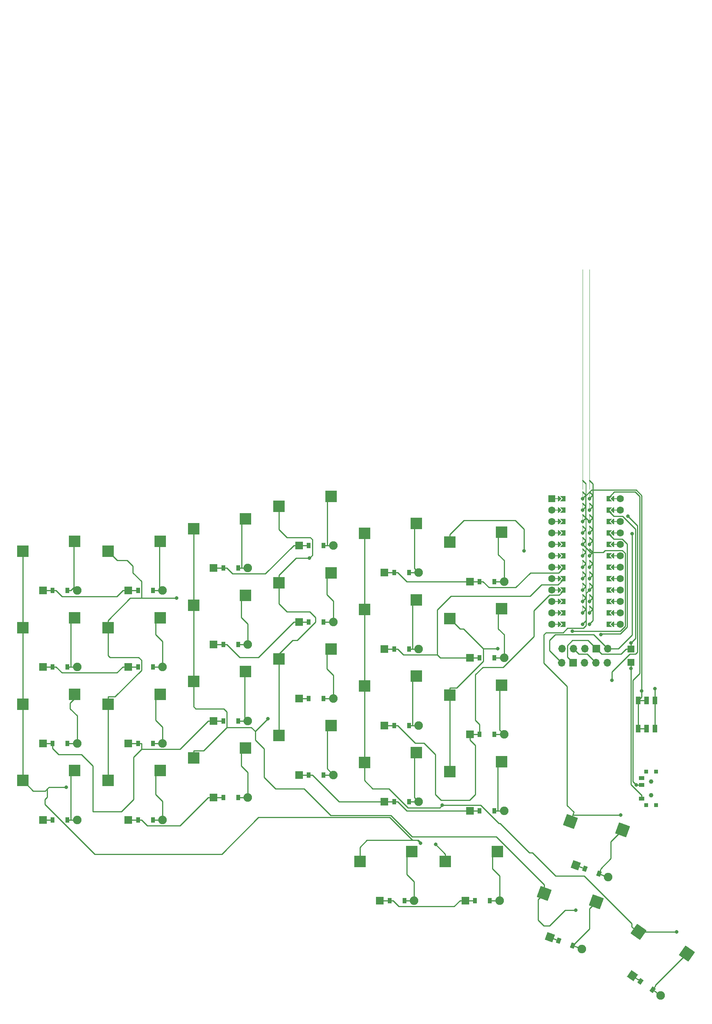
<source format=gbr>
%TF.GenerationSoftware,KiCad,Pcbnew,(7.0.0-0)*%
%TF.CreationDate,2023-05-03T13:23:33-05:00*%
%TF.ProjectId,boardv3,626f6172-6476-4332-9e6b-696361645f70,v1.0.0*%
%TF.SameCoordinates,Original*%
%TF.FileFunction,Copper,L1,Top*%
%TF.FilePolarity,Positive*%
%FSLAX46Y46*%
G04 Gerber Fmt 4.6, Leading zero omitted, Abs format (unit mm)*
G04 Created by KiCad (PCBNEW (7.0.0-0)) date 2023-05-03 13:23:33*
%MOMM*%
%LPD*%
G01*
G04 APERTURE LIST*
G04 Aperture macros list*
%AMRotRect*
0 Rectangle, with rotation*
0 The origin of the aperture is its center*
0 $1 length*
0 $2 width*
0 $3 Rotation angle, in degrees counterclockwise*
0 Add horizontal line*
21,1,$1,$2,0,0,$3*%
%AMFreePoly0*
4,1,5,0.125000,-0.500000,-0.125000,-0.500000,-0.125000,0.500000,0.125000,0.500000,0.125000,-0.500000,0.125000,-0.500000,$1*%
%AMFreePoly1*
4,1,6,0.600000,0.200000,0.000000,-0.400000,-0.600000,0.200000,-0.600000,0.400000,0.600000,0.400000,0.600000,0.200000,0.600000,0.200000,$1*%
%AMFreePoly2*
4,1,50,0.088388,4.152388,0.854389,3.386388,0.867767,3.368517,0.871157,3.365580,0.871925,3.362962,0.875711,3.357906,0.882287,3.327671,0.891000,3.298000,0.891000,0.766000,0.887823,0.743906,0.888144,0.739429,0.886835,0.737032,0.885937,0.730783,0.869213,0.704760,0.854389,0.677612,0.088388,-0.088388,0.064431,-0.106321,0.062500,-0.108253,0.061490,-0.108523,0.059906,-0.109710,
0.044798,-0.112996,0.000000,-0.125000,-0.004652,-0.123753,-0.008917,-0.124682,-0.028634,-0.117327,-0.062500,-0.108253,-0.068172,-0.102580,-0.074910,-0.100068,-0.087486,-0.083266,-0.108253,-0.062500,-0.111163,-0.051638,-0.117119,-0.043683,-0.118510,-0.024217,-0.125000,0.000000,-0.121245,0.014013,-0.122144,0.026571,-0.113772,0.041902,-0.108253,0.062500,-0.108252,0.062500,-0.095631,0.075121,
-0.088388,0.088388,0.641000,0.817777,0.641000,3.246223,-0.088388,3.975612,-0.109710,4.004094,-0.124682,4.072917,-0.100068,4.138910,-0.043683,4.181119,0.026571,4.186144,0.088388,4.152388,0.088388,4.152388,$1*%
%AMFreePoly3*
4,1,6,0.600000,-0.250000,-0.600000,-0.250000,-0.600000,1.000000,0.000000,0.400000,0.600000,1.000000,0.600000,-0.250000,0.600000,-0.250000,$1*%
%AMFreePoly4*
4,1,50,0.088388,4.152388,0.850389,3.390388,0.863767,3.372517,0.867157,3.369580,0.867925,3.366962,0.871711,3.361906,0.878287,3.331671,0.887000,3.302000,0.887000,0.762000,0.883823,0.739906,0.884144,0.735429,0.882835,0.733032,0.881937,0.726783,0.865213,0.700760,0.850389,0.673612,0.088388,-0.088388,0.064431,-0.106321,0.062500,-0.108253,0.061490,-0.108523,0.059906,-0.109710,
0.044798,-0.112996,0.000000,-0.125000,-0.004652,-0.123753,-0.008917,-0.124682,-0.028634,-0.117327,-0.062500,-0.108253,-0.068172,-0.102580,-0.074910,-0.100068,-0.087486,-0.083266,-0.108253,-0.062500,-0.111163,-0.051638,-0.117119,-0.043683,-0.118510,-0.024217,-0.125000,0.000000,-0.121245,0.014013,-0.122144,0.026571,-0.113772,0.041902,-0.108253,0.062500,-0.108252,0.062500,-0.095631,0.075121,
-0.088388,0.088388,0.637000,0.813777,0.637000,3.250223,-0.088388,3.975612,-0.109710,4.004094,-0.124682,4.072917,-0.100068,4.138910,-0.043683,4.181119,0.026571,4.186144,0.088388,4.152388,0.088388,4.152388,$1*%
G04 Aperture macros list end*
%TA.AperFunction,WasherPad*%
%ADD10C,1.000000*%
%TD*%
%TA.AperFunction,SMDPad,CuDef*%
%ADD11R,1.100000X1.800000*%
%TD*%
%TA.AperFunction,ComponentPad*%
%ADD12R,1.778000X1.778000*%
%TD*%
%TA.AperFunction,SMDPad,CuDef*%
%ADD13R,0.900000X1.200000*%
%TD*%
%TA.AperFunction,ComponentPad*%
%ADD14C,1.905000*%
%TD*%
%TA.AperFunction,ComponentPad*%
%ADD15RotRect,1.778000X1.778000X340.000000*%
%TD*%
%TA.AperFunction,SMDPad,CuDef*%
%ADD16RotRect,0.900000X1.200000X340.000000*%
%TD*%
%TA.AperFunction,SMDPad,CuDef*%
%ADD17R,2.600000X2.600000*%
%TD*%
%TA.AperFunction,SMDPad,CuDef*%
%ADD18RotRect,2.600000X2.600000X340.000000*%
%TD*%
%TA.AperFunction,ComponentPad*%
%ADD19C,1.600000*%
%TD*%
%TA.AperFunction,SMDPad,CuDef*%
%ADD20FreePoly0,270.000000*%
%TD*%
%TA.AperFunction,SMDPad,CuDef*%
%ADD21FreePoly0,90.000000*%
%TD*%
%TA.AperFunction,SMDPad,CuDef*%
%ADD22FreePoly1,90.000000*%
%TD*%
%TA.AperFunction,SMDPad,CuDef*%
%ADD23FreePoly1,270.000000*%
%TD*%
%TA.AperFunction,ComponentPad*%
%ADD24R,1.600000X1.600000*%
%TD*%
%TA.AperFunction,ComponentPad*%
%ADD25C,0.800000*%
%TD*%
%TA.AperFunction,SMDPad,CuDef*%
%ADD26FreePoly2,270.000000*%
%TD*%
%TA.AperFunction,SMDPad,CuDef*%
%ADD27FreePoly3,270.000000*%
%TD*%
%TA.AperFunction,SMDPad,CuDef*%
%ADD28FreePoly4,90.000000*%
%TD*%
%TA.AperFunction,SMDPad,CuDef*%
%ADD29FreePoly3,90.000000*%
%TD*%
%TA.AperFunction,SMDPad,CuDef*%
%ADD30R,1.500000X1.500000*%
%TD*%
%TA.AperFunction,SMDPad,CuDef*%
%ADD31R,0.900000X0.900000*%
%TD*%
%TA.AperFunction,SMDPad,CuDef*%
%ADD32R,1.250000X0.900000*%
%TD*%
%TA.AperFunction,SMDPad,CuDef*%
%ADD33RotRect,0.900000X1.200000X325.000000*%
%TD*%
%TA.AperFunction,ComponentPad*%
%ADD34RotRect,1.778000X1.778000X325.000000*%
%TD*%
%TA.AperFunction,ComponentPad*%
%ADD35O,1.700000X1.700000*%
%TD*%
%TA.AperFunction,ComponentPad*%
%ADD36R,1.700000X1.700000*%
%TD*%
%TA.AperFunction,SMDPad,CuDef*%
%ADD37RotRect,2.600000X2.600000X325.000000*%
%TD*%
%TA.AperFunction,ViaPad*%
%ADD38C,0.800000*%
%TD*%
%TA.AperFunction,Conductor*%
%ADD39C,0.250000*%
%TD*%
G04 APERTURE END LIST*
D10*
%TO.P,T1,*%
%TO.N,*%
X131781200Y-16653300D03*
X131781200Y-13653300D03*
%TD*%
D11*
%TO.P,B1,1*%
%TO.N,GND*%
X132659999Y-1829999D03*
X132659999Y4369999D03*
%TO.P,B1,2*%
%TO.N,RST*%
X128959999Y-1829999D03*
X130759999Y-1829999D03*
X130759999Y4369999D03*
X128959999Y4369999D03*
%TD*%
D12*
%TO.P,D15,1*%
%TO.N,P5*%
X53471199Y21846699D03*
D13*
X55631199Y21846699D03*
D14*
%TO.P,D15,2*%
%TO.N,middle_top*%
X61091200Y21846700D03*
D13*
X58931199Y21846699D03*
%TD*%
%TO.P,D26,1*%
%TO.N,P3*%
X92631199Y-40153299D03*
D12*
X90471199Y-40153299D03*
D14*
%TO.P,D26,2*%
%TO.N,near2_home*%
X98091200Y-40153300D03*
D13*
X95931199Y-40153299D03*
%TD*%
%TO.P,D5,1*%
%TO.N,P7*%
X17631199Y-22153299D03*
D12*
X15471199Y-22153299D03*
D14*
%TO.P,D5,2*%
%TO.N,pinky_bottom*%
X23091200Y-22153300D03*
D13*
X20931199Y-22153299D03*
%TD*%
D15*
%TO.P,D27,1*%
%TO.N,P3*%
X109236270Y-48245802D03*
D16*
X111266006Y-48984566D03*
%TO.P,D27,2*%
%TO.N,home_home*%
X114366992Y-50113232D03*
D14*
X116396729Y-50851997D03*
%TD*%
D12*
%TO.P,D17,1*%
%TO.N,P7*%
X72471199Y-18153299D03*
D13*
X74631199Y-18153299D03*
D14*
%TO.P,D17,2*%
%TO.N,index_bottom*%
X80091200Y-18153300D03*
D13*
X77931199Y-18153299D03*
%TD*%
D17*
%TO.P,S21,1*%
%TO.N,inner_bottom*%
X98556199Y-9203299D03*
%TO.P,S21,2*%
%TO.N,P16*%
X87006199Y-11403299D03*
%TD*%
D13*
%TO.P,D4,1*%
%TO.N,P4*%
X-1368799Y28846699D03*
D12*
X-3528799Y28846699D03*
D13*
%TO.P,D4,2*%
%TO.N,outer_num*%
X1931199Y28846699D03*
D14*
X4091200Y28846700D03*
%TD*%
D18*
%TO.P,S27,1*%
%TO.N,home_home*%
X119639112Y-40379444D03*
%TO.P,S27,2*%
%TO.N,P18*%
X108033218Y-38496435D03*
%TD*%
D13*
%TO.P,D10,1*%
%TO.N,P6*%
X36631199Y-153299D03*
D12*
X34471199Y-153299D03*
D13*
%TO.P,D10,2*%
%TO.N,ring_home*%
X39931199Y-153299D03*
D14*
X42091200Y-153300D03*
%TD*%
D19*
%TO.P,MCU1,*%
%TO.N,*%
X124901200Y26456700D03*
X109661200Y34076700D03*
D20*
X123631200Y34076700D03*
D19*
X124901200Y21376700D03*
D20*
X123631200Y23916700D03*
D21*
X110931200Y44236700D03*
D22*
X111439200Y28996700D03*
D21*
X110931200Y23916700D03*
D19*
X124901200Y36616700D03*
D22*
X111439200Y46776700D03*
D21*
X110931200Y26456700D03*
D23*
X123123200Y39156700D03*
D22*
X111439200Y21376700D03*
X111439200Y26456700D03*
D21*
X110931200Y34076700D03*
D20*
X123631200Y26456700D03*
D22*
X111439200Y23916700D03*
D19*
X124901200Y28996700D03*
X124901200Y23916700D03*
D20*
X123631200Y21376700D03*
D22*
X111439200Y49316700D03*
D23*
X123123200Y26456700D03*
D19*
X109661200Y23916700D03*
D23*
X123123200Y36616700D03*
D22*
X111439200Y44236700D03*
D20*
X123631200Y44236700D03*
D19*
X124901200Y46776700D03*
X124901200Y39156700D03*
D23*
X123123200Y23916700D03*
X123123200Y34076700D03*
D19*
X109661200Y26456700D03*
X124901200Y41696700D03*
X109661200Y21376700D03*
X109661200Y49316700D03*
X109661200Y36616700D03*
X109661200Y31536700D03*
D22*
X111439200Y41696700D03*
X111439200Y34076700D03*
D23*
X123123200Y41696700D03*
D21*
X110931200Y28996700D03*
D19*
X109661200Y44236700D03*
X124901200Y49316700D03*
X124901200Y44236700D03*
D23*
X123123200Y21376700D03*
D19*
X109661200Y28996700D03*
D21*
X110931200Y39156700D03*
D19*
X109661200Y46776700D03*
D21*
X110931200Y21376700D03*
X110931200Y41696700D03*
D24*
X109661199Y49316699D03*
D19*
X109661200Y39156700D03*
D21*
X110931200Y31536700D03*
D20*
X123631200Y39156700D03*
D19*
X109661200Y41696700D03*
D22*
X111439200Y31536700D03*
D19*
X124901200Y31536700D03*
D20*
X123631200Y41696700D03*
X123631200Y36616700D03*
D21*
X110931200Y49316700D03*
D23*
X123123200Y31536700D03*
D20*
X123631200Y28996700D03*
D23*
X123123200Y44236700D03*
D20*
X123631200Y31536700D03*
D23*
X123123200Y46776700D03*
X123123200Y28996700D03*
D21*
X110931200Y36616700D03*
D20*
X123631200Y49316700D03*
X123631200Y46776700D03*
D22*
X111439200Y39156700D03*
D21*
X110931200Y46776700D03*
D23*
X123123200Y49316700D03*
D22*
X111439200Y36616700D03*
D19*
X124901200Y34076700D03*
D25*
%TO.P,MCU1,1*%
%TO.N,RAW*%
X118043200Y49316700D03*
D26*
X118043200Y49316700D03*
D27*
X122107200Y49316700D03*
%TO.P,MCU1,2*%
%TO.N,GND*%
X122107200Y46776700D03*
D26*
X118043200Y46776700D03*
D25*
X118043200Y46776700D03*
D27*
%TO.P,MCU1,3*%
%TO.N,RST*%
X122107200Y44236700D03*
D25*
X118043200Y44236700D03*
D26*
X118043200Y44236700D03*
D25*
%TO.P,MCU1,4*%
%TO.N,VCC*%
X118043200Y41696700D03*
D26*
X118043200Y41696700D03*
D27*
X122107200Y41696700D03*
%TO.P,MCU1,5*%
%TO.N,P21*%
X122107200Y39156700D03*
D26*
X118043200Y39156700D03*
D25*
X118043200Y39156700D03*
D26*
%TO.P,MCU1,6*%
%TO.N,P20*%
X118043200Y36616700D03*
D27*
X122107200Y36616700D03*
D25*
X118043200Y36616700D03*
D27*
%TO.P,MCU1,7*%
%TO.N,P19*%
X122107200Y34076700D03*
D26*
X118043200Y34076700D03*
D25*
X118043200Y34076700D03*
%TO.P,MCU1,8*%
%TO.N,P18*%
X118043200Y31536700D03*
D26*
X118043200Y31536700D03*
D27*
X122107200Y31536700D03*
D25*
%TO.P,MCU1,9*%
%TO.N,P15*%
X118043200Y28996700D03*
D27*
X122107200Y28996700D03*
D26*
X118043200Y28996700D03*
D25*
%TO.P,MCU1,10*%
%TO.N,P14*%
X118043200Y26456700D03*
D26*
X118043200Y26456700D03*
D27*
X122107200Y26456700D03*
D25*
%TO.P,MCU1,11*%
%TO.N,P16*%
X118043200Y23916700D03*
D27*
X122107200Y23916700D03*
D26*
X118043200Y23916700D03*
%TO.P,MCU1,12*%
%TO.N,P10*%
X118043200Y21376700D03*
D27*
X122107200Y21376700D03*
D25*
X118043200Y21376700D03*
%TO.P,MCU1,13*%
%TO.N,P9*%
X116519200Y21376700D03*
D28*
X116519200Y21376700D03*
D29*
X112455200Y21376700D03*
D28*
%TO.P,MCU1,14*%
%TO.N,P8*%
X116519200Y23916700D03*
D29*
X112455200Y23916700D03*
D25*
X116519200Y23916700D03*
D29*
%TO.P,MCU1,15*%
%TO.N,P7*%
X112455200Y26456700D03*
D28*
X116519200Y26456700D03*
D25*
X116519200Y26456700D03*
%TO.P,MCU1,16*%
%TO.N,P6*%
X116519200Y28996700D03*
D28*
X116519200Y28996700D03*
D29*
X112455200Y28996700D03*
D28*
%TO.P,MCU1,17*%
%TO.N,P5*%
X116519200Y31536700D03*
D25*
X116519200Y31536700D03*
D29*
X112455200Y31536700D03*
D25*
%TO.P,MCU1,18*%
%TO.N,P4*%
X116519200Y34076700D03*
D28*
X116519200Y34076700D03*
D29*
X112455200Y34076700D03*
D25*
%TO.P,MCU1,19*%
%TO.N,P3*%
X116519200Y36616700D03*
D28*
X116519200Y36616700D03*
D29*
X112455200Y36616700D03*
D25*
%TO.P,MCU1,20*%
%TO.N,P2*%
X116519200Y39156700D03*
D29*
X112455200Y39156700D03*
D28*
X116519200Y39156700D03*
%TO.P,MCU1,21*%
%TO.N,GND*%
X116519200Y41696700D03*
D25*
X116519200Y41696700D03*
D29*
X112455200Y41696700D03*
D28*
%TO.P,MCU1,22*%
X116519200Y44236700D03*
D25*
X116519200Y44236700D03*
D29*
X112455200Y44236700D03*
%TO.P,MCU1,23*%
%TO.N,P0*%
X112455200Y46776700D03*
D28*
X116519200Y46776700D03*
D25*
X116519200Y46776700D03*
D28*
%TO.P,MCU1,24*%
%TO.N,P1*%
X116519200Y49316700D03*
D25*
X116519200Y49316700D03*
D29*
X112455200Y49316700D03*
%TD*%
D17*
%TO.P,S6,1*%
%TO.N,pinky_home*%
X22556199Y5796699D03*
%TO.P,S6,2*%
%TO.N,P19*%
X11006199Y3596699D03*
%TD*%
%TO.P,S18,1*%
%TO.N,index_home*%
X79556199Y9796699D03*
%TO.P,S18,2*%
%TO.N,P14*%
X68006199Y7596699D03*
%TD*%
D30*
%TO.P,PAD2,1*%
%TO.N,GND*%
X127281199Y15846699D03*
%TD*%
D17*
%TO.P,S16,1*%
%TO.N,middle_num*%
X60556199Y49796699D03*
%TO.P,S16,2*%
%TO.N,P15*%
X49006199Y47596699D03*
%TD*%
D13*
%TO.P,D2,1*%
%TO.N,P6*%
X-1368799Y-5153299D03*
D12*
X-3528799Y-5153299D03*
D14*
%TO.P,D2,2*%
%TO.N,outer_home*%
X4091200Y-5153300D03*
D13*
X1931199Y-5153299D03*
%TD*%
D31*
%TO.P,T2,*%
%TO.N,*%
X132881199Y-11453299D03*
X130681199Y-18853299D03*
X130681199Y-11453299D03*
X132881199Y-18853299D03*
D10*
X131781200Y-16653300D03*
X131781200Y-13653300D03*
D32*
%TO.P,T2,1*%
%TO.N,Bplus*%
X129706199Y-17403299D03*
%TO.P,T2,2*%
%TO.N,RAW*%
X129706199Y-14403299D03*
%TO.P,T2,3*%
%TO.N,N/C*%
X129706199Y-12903299D03*
%TD*%
D17*
%TO.P,S23,1*%
%TO.N,inner_top*%
X98556199Y24796699D03*
%TO.P,S23,2*%
%TO.N,P16*%
X87006199Y22596699D03*
%TD*%
%TO.P,S7,1*%
%TO.N,pinky_top*%
X22556199Y22796699D03*
%TO.P,S7,2*%
%TO.N,P19*%
X11006199Y20596699D03*
%TD*%
%TO.P,S4,1*%
%TO.N,outer_num*%
X3556199Y39796699D03*
%TO.P,S4,2*%
%TO.N,P20*%
X-7993799Y37596699D03*
%TD*%
D12*
%TO.P,D8,1*%
%TO.N,P4*%
X15471199Y28846699D03*
D13*
X17631199Y28846699D03*
D14*
%TO.P,D8,2*%
%TO.N,pinky_num*%
X23091200Y28846700D03*
D13*
X20931199Y28846699D03*
%TD*%
D17*
%TO.P,S14,1*%
%TO.N,middle_home*%
X60556199Y15796699D03*
%TO.P,S14,2*%
%TO.N,P15*%
X49006199Y13596699D03*
%TD*%
D13*
%TO.P,D7,1*%
%TO.N,P5*%
X17631199Y11846699D03*
D12*
X15471199Y11846699D03*
D14*
%TO.P,D7,2*%
%TO.N,pinky_top*%
X23091200Y11846700D03*
D13*
X20931199Y11846699D03*
%TD*%
D17*
%TO.P,S19,1*%
%TO.N,index_top*%
X79556199Y26796699D03*
%TO.P,S19,2*%
%TO.N,P14*%
X68006199Y24596699D03*
%TD*%
%TO.P,S10,1*%
%TO.N,ring_home*%
X41556199Y10796699D03*
%TO.P,S10,2*%
%TO.N,P18*%
X30006199Y8596699D03*
%TD*%
D33*
%TO.P,D29,1*%
%TO.N,P3*%
X129412798Y-58055998D03*
D34*
X127643430Y-56817073D03*
D14*
%TO.P,D29,2*%
%TO.N,far_home*%
X133885369Y-61187726D03*
D33*
X132116000Y-59948800D03*
%TD*%
D17*
%TO.P,S2,1*%
%TO.N,outer_home*%
X3556199Y5796699D03*
%TO.P,S2,2*%
%TO.N,P20*%
X-7993799Y3596699D03*
%TD*%
D13*
%TO.P,D3,1*%
%TO.N,P5*%
X-1368799Y11846699D03*
D12*
X-3528799Y11846699D03*
D13*
%TO.P,D3,2*%
%TO.N,outer_top*%
X1931199Y11846699D03*
D14*
X4091200Y11846700D03*
%TD*%
D17*
%TO.P,S11,1*%
%TO.N,ring_top*%
X41556199Y27796699D03*
%TO.P,S11,2*%
%TO.N,P18*%
X30006199Y25596699D03*
%TD*%
D13*
%TO.P,D22,1*%
%TO.N,P6*%
X93631199Y-3153299D03*
D12*
X91471199Y-3153299D03*
D14*
%TO.P,D22,2*%
%TO.N,inner_home*%
X99091200Y-3153300D03*
D13*
X96931199Y-3153299D03*
%TD*%
D17*
%TO.P,S22,1*%
%TO.N,inner_home*%
X98556199Y7796699D03*
%TO.P,S22,2*%
%TO.N,P16*%
X87006199Y5596699D03*
%TD*%
D12*
%TO.P,D12,1*%
%TO.N,P4*%
X34471199Y33846699D03*
D13*
X36631199Y33846699D03*
%TO.P,D12,2*%
%TO.N,ring_num*%
X39931199Y33846699D03*
D14*
X42091200Y33846700D03*
%TD*%
D13*
%TO.P,D6,1*%
%TO.N,P6*%
X17631199Y-5153299D03*
D12*
X15471199Y-5153299D03*
D13*
%TO.P,D6,2*%
%TO.N,pinky_home*%
X20931199Y-5153299D03*
D14*
X23091200Y-5153300D03*
%TD*%
D17*
%TO.P,S20,1*%
%TO.N,index_num*%
X79556199Y43796699D03*
%TO.P,S20,2*%
%TO.N,P14*%
X68006199Y41596699D03*
%TD*%
%TO.P,S26,1*%
%TO.N,near2_home*%
X97556199Y-29203299D03*
%TO.P,S26,2*%
%TO.N,P19*%
X86006199Y-31403299D03*
%TD*%
D30*
%TO.P,PAD1,1*%
%TO.N,Bplus*%
X127281199Y12846699D03*
%TD*%
D17*
%TO.P,S9,1*%
%TO.N,ring_bottom*%
X41556199Y-6203299D03*
%TO.P,S9,2*%
%TO.N,P18*%
X30006199Y-8403299D03*
%TD*%
D13*
%TO.P,D23,1*%
%TO.N,P5*%
X93631199Y13846699D03*
D12*
X91471199Y13846699D03*
D13*
%TO.P,D23,2*%
%TO.N,inner_top*%
X96931199Y13846699D03*
D14*
X99091200Y13846700D03*
%TD*%
D35*
%TO.P,OLED2,0*%
%TO.N,P1*%
X111941199Y12746699D03*
D36*
%TO.P,OLED2,1*%
%TO.N,GND*%
X114481199Y12746699D03*
D35*
%TO.P,OLED2,2*%
%TO.N,VCC*%
X117021199Y12746699D03*
%TO.P,OLED2,3*%
%TO.N,P2*%
X119561199Y12746699D03*
%TO.P,OLED2,4*%
%TO.N,P0*%
X122101199Y12746699D03*
%TD*%
%TO.P,OLED1,0*%
%TO.N,P1*%
X122121199Y15946699D03*
D36*
%TO.P,OLED1,1*%
%TO.N,GND*%
X119581199Y15946699D03*
D35*
%TO.P,OLED1,2*%
%TO.N,VCC*%
X117041199Y15946699D03*
%TO.P,OLED1,3*%
%TO.N,P2*%
X114501199Y15946699D03*
%TO.P,OLED1,4*%
%TO.N,P0*%
X111961199Y15946699D03*
%TD*%
D17*
%TO.P,S5,1*%
%TO.N,pinky_bottom*%
X22556199Y-11203299D03*
%TO.P,S5,2*%
%TO.N,P19*%
X11006199Y-13403299D03*
%TD*%
D16*
%TO.P,D28,1*%
%TO.N,P3*%
X117080406Y-33009866D03*
D15*
X115050670Y-32271102D03*
D14*
%TO.P,D28,2*%
%TO.N,home_top*%
X122211129Y-34877297D03*
D16*
X120181392Y-34138532D03*
%TD*%
D17*
%TO.P,S3,1*%
%TO.N,outer_top*%
X3556199Y22796699D03*
%TO.P,S3,2*%
%TO.N,P20*%
X-7993799Y20596699D03*
%TD*%
%TO.P,S25,1*%
%TO.N,near1_home*%
X78556199Y-29203299D03*
%TO.P,S25,2*%
%TO.N,P20*%
X67006199Y-31403299D03*
%TD*%
%TO.P,S15,1*%
%TO.N,middle_top*%
X60556199Y32796699D03*
%TO.P,S15,2*%
%TO.N,P15*%
X49006199Y30596699D03*
%TD*%
%TO.P,S1,1*%
%TO.N,outer_bottom*%
X3556199Y-11203299D03*
%TO.P,S1,2*%
%TO.N,P20*%
X-7993799Y-13403299D03*
%TD*%
D12*
%TO.P,D9,1*%
%TO.N,P7*%
X34471199Y-17153299D03*
D13*
X36631199Y-17153299D03*
D14*
%TO.P,D9,2*%
%TO.N,ring_bottom*%
X42091200Y-17153300D03*
D13*
X39931199Y-17153299D03*
%TD*%
D17*
%TO.P,S12,1*%
%TO.N,ring_num*%
X41556199Y44796699D03*
%TO.P,S12,2*%
%TO.N,P18*%
X30006199Y42596699D03*
%TD*%
%TO.P,S8,1*%
%TO.N,pinky_num*%
X22556199Y39796699D03*
%TO.P,S8,2*%
%TO.N,P19*%
X11006199Y37596699D03*
%TD*%
D12*
%TO.P,D25,1*%
%TO.N,P3*%
X71471199Y-40153299D03*
D13*
X73631199Y-40153299D03*
D14*
%TO.P,D25,2*%
%TO.N,near1_home*%
X79091200Y-40153300D03*
D13*
X76931199Y-40153299D03*
%TD*%
%TO.P,D20,1*%
%TO.N,P4*%
X74631199Y32846699D03*
D12*
X72471199Y32846699D03*
D14*
%TO.P,D20,2*%
%TO.N,index_num*%
X80091200Y32846700D03*
D13*
X77931199Y32846699D03*
%TD*%
D12*
%TO.P,D21,1*%
%TO.N,P7*%
X91471199Y-20153299D03*
D13*
X93631199Y-20153299D03*
D14*
%TO.P,D21,2*%
%TO.N,inner_bottom*%
X99091200Y-20153300D03*
D13*
X96931199Y-20153299D03*
%TD*%
D12*
%TO.P,D1,1*%
%TO.N,P7*%
X-3528799Y-22153299D03*
D13*
X-1368799Y-22153299D03*
D14*
%TO.P,D1,2*%
%TO.N,outer_bottom*%
X4091200Y-22153300D03*
D13*
X1931199Y-22153299D03*
%TD*%
%TO.P,D18,1*%
%TO.N,P6*%
X74631199Y-1153299D03*
D12*
X72471199Y-1153299D03*
D14*
%TO.P,D18,2*%
%TO.N,index_home*%
X80091200Y-1153300D03*
D13*
X77931199Y-1153299D03*
%TD*%
D12*
%TO.P,D14,1*%
%TO.N,P6*%
X53471199Y4846699D03*
D13*
X55631199Y4846699D03*
%TO.P,D14,2*%
%TO.N,middle_home*%
X58931199Y4846699D03*
D14*
X61091200Y4846700D03*
%TD*%
D12*
%TO.P,D11,1*%
%TO.N,P5*%
X34471199Y16846699D03*
D13*
X36631199Y16846699D03*
D14*
%TO.P,D11,2*%
%TO.N,ring_top*%
X42091200Y16846700D03*
D13*
X39931199Y16846699D03*
%TD*%
D17*
%TO.P,S13,1*%
%TO.N,middle_bottom*%
X60556199Y-1203299D03*
%TO.P,S13,2*%
%TO.N,P15*%
X49006199Y-3403299D03*
%TD*%
D12*
%TO.P,D13,1*%
%TO.N,P7*%
X53471199Y-12153299D03*
D13*
X55631199Y-12153299D03*
%TO.P,D13,2*%
%TO.N,middle_bottom*%
X58931199Y-12153299D03*
D14*
X61091200Y-12153300D03*
%TD*%
D17*
%TO.P,S17,1*%
%TO.N,index_bottom*%
X79556199Y-7203299D03*
%TO.P,S17,2*%
%TO.N,P14*%
X68006199Y-9403299D03*
%TD*%
%TO.P,S24,1*%
%TO.N,inner_num*%
X98556199Y41796699D03*
%TO.P,S24,2*%
%TO.N,P16*%
X87006199Y39596699D03*
%TD*%
D13*
%TO.P,D16,1*%
%TO.N,P4*%
X55631199Y38846699D03*
D12*
X53471199Y38846699D03*
D13*
%TO.P,D16,2*%
%TO.N,middle_num*%
X58931199Y38846699D03*
D14*
X61091200Y38846700D03*
%TD*%
D18*
%TO.P,S28,1*%
%TO.N,home_top*%
X125453512Y-24404644D03*
%TO.P,S28,2*%
%TO.N,P15*%
X113847618Y-22521635D03*
%TD*%
D37*
%TO.P,S29,1*%
%TO.N,far_home*%
X139727802Y-51911107D03*
%TO.P,S29,2*%
%TO.N,P14*%
X129004727Y-47088434D03*
%TD*%
D13*
%TO.P,D19,1*%
%TO.N,P5*%
X74631199Y15846699D03*
D12*
X72471199Y15846699D03*
D13*
%TO.P,D19,2*%
%TO.N,index_top*%
X77931199Y15846699D03*
D14*
X80091200Y15846700D03*
%TD*%
D12*
%TO.P,D24,1*%
%TO.N,P4*%
X91471199Y30846699D03*
D13*
X93631199Y30846699D03*
D14*
%TO.P,D24,2*%
%TO.N,inner_num*%
X99091200Y30846700D03*
D13*
X96931199Y30846699D03*
%TD*%
D38*
%TO.N,P20*%
X80484100Y-27378200D03*
X1674600Y-14882700D03*
%TO.N,P19*%
X26232100Y27140800D03*
X83851600Y-27629300D03*
%TO.N,P18*%
X46556200Y328300D03*
X115028300Y-42256300D03*
%TO.N,P15*%
X125058200Y-21061500D03*
X55764700Y36036200D03*
%TO.N,P14*%
X137508000Y-47088400D03*
X85343800Y-18903900D03*
%TO.N,P16*%
X103556200Y37669900D03*
X97692000Y15928000D03*
%TO.N,RAW*%
X128468000Y-14397000D03*
%TO.N,GND*%
X132660000Y7040000D03*
X127281200Y17211900D03*
%TO.N,RST*%
X129713000Y6523000D03*
%TO.N,VCC*%
X120650000Y19050000D03*
%TO.N,P1*%
X127545800Y41484400D03*
%TO.N,P0*%
X126654201Y45374201D03*
X123050700Y8890000D03*
%TO.N,P2*%
X114300000Y19774500D03*
%TO.N,Bplus*%
X127281200Y11490100D03*
%TD*%
D39*
%TO.N,outer_bottom*%
X2706300Y-12053200D02*
X2706300Y-22153300D01*
X2706300Y-22153300D02*
X4091200Y-22153300D01*
X3556200Y-11203300D02*
X2706300Y-12053200D01*
X1931200Y-22153300D02*
X2706300Y-22153300D01*
%TO.N,P20*%
X-7993800Y-13403300D02*
X-7993800Y3596700D01*
X-3073200Y-17597400D02*
X-3073200Y-18691100D01*
X80010000Y-26670000D02*
X80484100Y-27144100D01*
X73660000Y-21590000D02*
X78740000Y-26670000D01*
X79775900Y-26670000D02*
X80484100Y-27378200D01*
X8013900Y-29778200D02*
X36261800Y-29778200D01*
X36261800Y-29778200D02*
X44450000Y-21590000D01*
X-4956700Y-15713900D02*
X-3013900Y-15713900D01*
X44450000Y-21590000D02*
X73660000Y-21590000D01*
X80484100Y-27144100D02*
X80484100Y-27378200D01*
X-2540000Y-15240000D02*
X-2540000Y-17064200D01*
X67006200Y-31403300D02*
X67006200Y-28243800D01*
X67006200Y-28243800D02*
X68580000Y-26670000D01*
X-7993800Y20596700D02*
X-7993800Y37596700D01*
X-7993800Y-13403300D02*
X-5683200Y-15713900D01*
X-5683200Y-15713900D02*
X-4956700Y-15713900D01*
X-3073200Y-18691100D02*
X8013900Y-29778200D01*
X-2540000Y-15240000D02*
X-2182700Y-14882700D01*
X-3013900Y-15713900D02*
X-2540000Y-15240000D01*
X78740000Y-26670000D02*
X80010000Y-26670000D01*
X-7993800Y3596700D02*
X-7993800Y20596700D01*
X-2540000Y-17064200D02*
X-3073200Y-17597400D01*
X68580000Y-26670000D02*
X79775900Y-26670000D01*
X-2182700Y-14882700D02*
X1674600Y-14882700D01*
%TO.N,outer_home*%
X2318800Y-5153300D02*
X3450000Y-5153300D01*
X2540000Y3810000D02*
X2540000Y2540000D01*
X3556200Y4826200D02*
X2540000Y3810000D01*
X3450000Y-5153300D02*
X4091200Y-5153300D01*
X3556200Y5796700D02*
X3450000Y5690500D01*
X3556200Y5796700D02*
X3556200Y4826200D01*
X2540000Y2540000D02*
X4091200Y988800D01*
X1931200Y-5153300D02*
X2318800Y-5153300D01*
X4091200Y988800D02*
X4091200Y-5153300D01*
%TO.N,outer_top*%
X3556200Y22796700D02*
X2706300Y21946800D01*
X4091200Y11846700D02*
X2706300Y11846700D01*
X1931200Y11846700D02*
X2706300Y11846700D01*
X2706300Y21946800D02*
X2706300Y11846700D01*
%TO.N,outer_num*%
X3398700Y39639200D02*
X3398700Y29539200D01*
X2706300Y28846700D02*
X3398800Y29539200D01*
X3556200Y39796700D02*
X3398700Y39639200D01*
X1931200Y28846700D02*
X2706300Y28846700D01*
X3398800Y29539200D02*
X4091200Y28846700D01*
X3398700Y29539200D02*
X3398800Y29539200D01*
%TO.N,pinky_bottom*%
X22556200Y-11203300D02*
X21590000Y-12169500D01*
X21590000Y-12169500D02*
X21590000Y-16510000D01*
X21318800Y-22153300D02*
X22450000Y-22153300D01*
X23091200Y-18011200D02*
X23091200Y-22153300D01*
X20931200Y-22153300D02*
X21318800Y-22153300D01*
X22450000Y-22153300D02*
X23091200Y-22153300D01*
X21590000Y-16510000D02*
X23091200Y-18011200D01*
%TO.N,P19*%
X16510000Y32786700D02*
X16510000Y34290000D01*
X12530200Y5221800D02*
X18406400Y11098000D01*
X83851600Y-27629300D02*
X86000500Y-29778200D01*
X18406400Y30890300D02*
X16510000Y32786700D01*
X11006200Y20596700D02*
X11006200Y22221800D01*
X11006200Y4102900D02*
X11006200Y5221800D01*
X11700000Y37596700D02*
X11006200Y37596700D01*
X13042900Y35560000D02*
X11006200Y37596700D01*
X18406400Y27140800D02*
X26232100Y27140800D01*
X15240000Y35560000D02*
X13042900Y35560000D01*
X11006200Y22221800D02*
X15925200Y27140800D01*
X18406400Y27140800D02*
X18406400Y30890300D01*
X16510000Y34290000D02*
X15240000Y35560000D01*
X11006200Y20596700D02*
X11006200Y14393800D01*
X86006200Y-31403300D02*
X86006200Y-29778200D01*
X11006200Y4102900D02*
X11006200Y3596700D01*
X11006200Y14393800D02*
X11430000Y13970000D01*
X18406400Y11098000D02*
X18406400Y13343600D01*
X18406400Y13343600D02*
X17780000Y13970000D01*
X15925200Y27140800D02*
X18406400Y27140800D01*
X11006200Y3596700D02*
X11006200Y-13403300D01*
X17780000Y13970000D02*
X11430000Y13970000D01*
X86000500Y-29778200D02*
X86006200Y-29778200D01*
X11006200Y5221800D02*
X12530200Y5221800D01*
%TO.N,pinky_home*%
X21590000Y0D02*
X23091200Y-1501200D01*
X21590000Y4830500D02*
X21590000Y0D01*
X23091200Y-5153300D02*
X22440500Y-5153300D01*
X22440500Y-5153300D02*
X20931200Y-5153300D01*
X23091200Y-1501200D02*
X23091200Y-5153300D01*
X22556200Y5796700D02*
X21590000Y4830500D01*
%TO.N,pinky_top*%
X23091200Y17548800D02*
X21590000Y19050000D01*
X20931200Y11846700D02*
X22440500Y11846700D01*
X21590000Y19050000D02*
X21590000Y21830500D01*
X21590000Y21830500D02*
X22556200Y22796700D01*
X23091200Y11846700D02*
X23091200Y17548800D01*
X22440500Y11846700D02*
X23091200Y11846700D01*
%TO.N,pinky_num*%
X22406199Y29531701D02*
X23091200Y28846700D01*
X22406199Y39646699D02*
X22406199Y29531701D01*
X22556200Y39796700D02*
X22402300Y39642800D01*
X22556200Y39796700D02*
X22406199Y39646699D01*
X20931200Y28846700D02*
X23091200Y28846700D01*
%TO.N,ring_bottom*%
X39931200Y-17153300D02*
X41440500Y-17153300D01*
X41440500Y-17153300D02*
X42091200Y-17153300D01*
X40640000Y-10160000D02*
X42091200Y-11611200D01*
X42091200Y-11611200D02*
X42091200Y-17153300D01*
X40640000Y-7119500D02*
X40640000Y-10160000D01*
X41556200Y-6203300D02*
X40640000Y-7119500D01*
%TO.N,P18*%
X108033219Y-36601619D02*
X108033219Y-38496436D01*
X32222900Y-6778200D02*
X37406400Y-1594700D01*
X30006200Y-6778200D02*
X32222900Y-6778200D01*
X30700000Y8596700D02*
X30006200Y8596700D01*
X36756700Y2540000D02*
X30480000Y2540000D01*
X45720000Y-12700000D02*
X48260000Y-15240000D01*
X43758100Y-4388100D02*
X45720000Y-6350000D01*
X48260000Y-15240000D02*
X54582100Y-15240000D01*
X43730200Y-2497700D02*
X46556200Y328300D01*
X43730200Y-4388100D02*
X43758100Y-4388100D01*
X37406400Y-1594700D02*
X37406400Y1890300D01*
X37406400Y-1594700D02*
X42827200Y-1594700D01*
X78631296Y-25924900D02*
X97356500Y-25924900D01*
X106680000Y-39849655D02*
X108033219Y-38496436D01*
X42827200Y-1594700D02*
X43730200Y-2497700D01*
X109220000Y-45720000D02*
X107950000Y-45720000D01*
X30006200Y25596700D02*
X30006200Y40971600D01*
X73846396Y-21140000D02*
X78631296Y-25924900D01*
X37406400Y1890300D02*
X36756700Y2540000D01*
X54582100Y-15240000D02*
X60482100Y-21140000D01*
X97356500Y-25924900D02*
X108033219Y-36601619D01*
X45720000Y-6350000D02*
X45720000Y-12700000D01*
X112683700Y-42256300D02*
X109220000Y-45720000D01*
X106680000Y-44450000D02*
X106680000Y-39849655D01*
X30006200Y3013800D02*
X30006200Y8596700D01*
X107950000Y-45720000D02*
X106680000Y-44450000D01*
X108033200Y-38496400D02*
X108033200Y-39120300D01*
X30006200Y25596700D02*
X30006200Y8596700D01*
X30480000Y2540000D02*
X30006200Y3013800D01*
X30006200Y42596700D02*
X30006200Y40971600D01*
X115028300Y-42256300D02*
X112683700Y-42256300D01*
X30006200Y-8403300D02*
X30006200Y-6778200D01*
X43730200Y-2497700D02*
X43730200Y-4388100D01*
X60482100Y-21140000D02*
X73846396Y-21140000D01*
%TO.N,ring_home*%
X42091200Y-153300D02*
X39931200Y-153300D01*
X41402300Y10642800D02*
X41402300Y535600D01*
X41402300Y535600D02*
X42091200Y-153300D01*
X41556200Y10796700D02*
X41402300Y10642800D01*
%TO.N,ring_top*%
X41556200Y27796700D02*
X40640000Y26880500D01*
X39931200Y16846700D02*
X41440500Y16846700D01*
X40640000Y22860000D02*
X42091200Y21408800D01*
X42091200Y21408800D02*
X42091200Y16846700D01*
X40640000Y26880500D02*
X40640000Y22860000D01*
X41440500Y16846700D02*
X42091200Y16846700D01*
%TO.N,ring_num*%
X42091200Y33846700D02*
X40706300Y33846700D01*
X41556200Y44796700D02*
X40706300Y43946800D01*
X40706300Y43946800D02*
X40706300Y33846700D01*
X39931200Y33846700D02*
X40706300Y33846700D01*
%TO.N,middle_bottom*%
X58931200Y-12153300D02*
X59706300Y-12153300D01*
X61091200Y-12153300D02*
X59706300Y-12153300D01*
X61091200Y-12153300D02*
X59706300Y-10768400D01*
X60556200Y-1203300D02*
X59706300Y-2053200D01*
X59706300Y-2053200D02*
X59706300Y-10143700D01*
X59706300Y-10768400D02*
X59706300Y-10143700D01*
%TO.N,P15*%
X114379000Y-21061500D02*
X114605700Y-20438600D01*
X113116200Y-18949200D02*
X113116200Y7533800D01*
X52070000Y17780000D02*
X49006200Y14716200D01*
X108400000Y19500000D02*
X112210000Y19500000D01*
X114605600Y-20438600D02*
X113116200Y-18949200D01*
X125058200Y-21061500D02*
X114379000Y-21061500D01*
X117318200Y28271700D02*
X118043200Y28996700D01*
X117318200Y21076395D02*
X117318200Y28271700D01*
X56406400Y40196500D02*
X55962900Y40640000D01*
X55962900Y40640000D02*
X50800000Y40640000D01*
X56406400Y36677900D02*
X56406400Y40196500D01*
X49006200Y32221800D02*
X52820600Y36036200D01*
X55764700Y36036200D02*
X56406400Y36677900D01*
X53087900Y17780000D02*
X52070000Y17780000D01*
X49006200Y25923800D02*
X49006200Y30596700D01*
X112210000Y19500000D02*
X113209500Y20499500D01*
X113209500Y20499500D02*
X116741305Y20499500D01*
X116741305Y20499500D02*
X117318200Y21076395D01*
X57150000Y22860000D02*
X55880000Y24130000D01*
X113847600Y-22521600D02*
X114379000Y-21061500D01*
X49006200Y-3403300D02*
X49006200Y13596700D01*
X49006200Y14716200D02*
X49006200Y13596700D01*
X52820600Y36036200D02*
X55764700Y36036200D01*
X107950000Y19050000D02*
X108400000Y19500000D01*
X57150000Y21842100D02*
X57150000Y22860000D01*
X49006200Y42433800D02*
X49006200Y47596700D01*
X49006200Y30596700D02*
X49006200Y32221800D01*
X50800000Y40640000D02*
X49006200Y42433800D01*
X114605700Y-20438600D02*
X114605600Y-20438600D01*
X113116200Y7533800D02*
X107950000Y12700000D01*
X50800000Y24130000D02*
X49006200Y25923800D01*
X107950000Y12700000D02*
X107950000Y19050000D01*
X55880000Y24130000D02*
X50800000Y24130000D01*
X57150000Y21842100D02*
X53087900Y17780000D01*
%TO.N,middle_home*%
X61091200Y4846700D02*
X60440500Y4846700D01*
X60440500Y4846700D02*
X58931200Y4846700D01*
X60556200Y15796700D02*
X59690000Y14930500D01*
X59690000Y14930500D02*
X59690000Y11430000D01*
X59690000Y11430000D02*
X61091200Y10028800D01*
X61091200Y10028800D02*
X61091200Y4846700D01*
%TO.N,middle_top*%
X59318800Y21846700D02*
X60450000Y21846700D01*
X58931200Y21846700D02*
X59318800Y21846700D01*
X61091200Y21846700D02*
X61091200Y26538800D01*
X59690000Y31930500D02*
X60556200Y32796700D01*
X61091200Y26538800D02*
X59690000Y27940000D01*
X60450000Y21846700D02*
X61091200Y21846700D01*
X59690000Y27940000D02*
X59690000Y31930500D01*
%TO.N,middle_num*%
X61091200Y38846700D02*
X59706300Y38846700D01*
X60556200Y49796700D02*
X59706300Y48946800D01*
X58931200Y38846700D02*
X59706300Y38846700D01*
X59706300Y48946800D02*
X59706300Y38846700D01*
%TO.N,index_bottom*%
X79450000Y-18153300D02*
X80091200Y-18153300D01*
X78318800Y-18153300D02*
X79450000Y-18153300D01*
X80091200Y-18153300D02*
X79138700Y-17200800D01*
X79138700Y-7620800D02*
X79556200Y-7203300D01*
X79138700Y-17200800D02*
X79138700Y-7620800D01*
X77931200Y-18153300D02*
X78318800Y-18153300D01*
%TO.N,P14*%
X129004700Y-47088400D02*
X127438800Y-45991900D01*
X68006200Y-13396200D02*
X68006200Y-9403300D01*
X77678800Y-19454500D02*
X73464300Y-15240000D01*
X105349800Y-29485300D02*
X104713100Y-29485300D01*
X69850000Y-15240000D02*
X68006200Y-13396200D01*
X97958800Y-22969700D02*
X93893000Y-18903900D01*
X104713100Y-29485300D02*
X98197500Y-22969700D01*
X137508000Y-47088400D02*
X129004700Y-47088400D01*
X85343800Y-18903900D02*
X84793200Y-19454500D01*
X127438800Y-45225500D02*
X116881500Y-34668200D01*
X68006200Y-9403300D02*
X68006200Y7596700D01*
X98197500Y-22969700D02*
X97958800Y-22969700D01*
X93893000Y-18903900D02*
X85343800Y-18903900D01*
X110532700Y-34668200D02*
X105349800Y-29485300D01*
X73464300Y-15240000D02*
X69850000Y-15240000D01*
X84793200Y-19454500D02*
X77678800Y-19454500D01*
X116881500Y-34668200D02*
X110532700Y-34668200D01*
X68006200Y41596700D02*
X68006200Y24596700D01*
X68006200Y24596700D02*
X68006200Y7596700D01*
X127438800Y-45991900D02*
X127438800Y-45225500D01*
%TO.N,index_home*%
X79556200Y9796700D02*
X78706300Y8946800D01*
X78706300Y-1153300D02*
X80091200Y-1153300D01*
X78706300Y8946800D02*
X78706300Y-1153300D01*
X77931200Y-1153300D02*
X78706300Y-1153300D01*
%TO.N,index_top*%
X78706300Y25946800D02*
X78706300Y15846700D01*
X80091200Y15846700D02*
X78706300Y15846700D01*
X77931200Y15846700D02*
X78706300Y15846700D01*
X79556200Y26796700D02*
X78706300Y25946800D01*
%TO.N,index_num*%
X79138700Y43379200D02*
X79556200Y43796700D01*
X80091200Y32846700D02*
X79138700Y33799200D01*
X79138700Y33799200D02*
X79138700Y43379200D01*
X77931200Y32846700D02*
X79455900Y32846700D01*
X79455900Y32846700D02*
X80091200Y32846700D01*
%TO.N,inner_bottom*%
X96931200Y-20153300D02*
X97706300Y-20153300D01*
X97706300Y-20153300D02*
X99091200Y-20153300D01*
X98556200Y-9203300D02*
X97706300Y-10053200D01*
X97706300Y-10053200D02*
X97706300Y-20153300D01*
%TO.N,P16*%
X90170000Y44450000D02*
X101600000Y44450000D01*
X88529700Y7221800D02*
X87006200Y7221800D01*
X97692000Y15928000D02*
X94457200Y15928000D01*
X94457200Y13149300D02*
X88529700Y7221800D01*
X87006200Y5596700D02*
X87006200Y-11403300D01*
X87006200Y39596700D02*
X87006200Y41286200D01*
X89316800Y20286100D02*
X87006200Y22596700D01*
X101600000Y44450000D02*
X103556200Y42493800D01*
X94457200Y15928000D02*
X90099100Y20286100D01*
X87006200Y41286200D02*
X90170000Y44450000D01*
X90099100Y20286100D02*
X89316800Y20286100D01*
X94457200Y15928000D02*
X94457200Y13149300D01*
X87006200Y5596700D02*
X87006200Y7221800D01*
X103556200Y42493800D02*
X103556200Y37669900D01*
%TO.N,inner_home*%
X97318800Y-3153300D02*
X98450000Y-3153300D01*
X98450000Y-3153300D02*
X99091200Y-3153300D01*
X96931200Y-3153300D02*
X97318800Y-3153300D01*
X98138700Y7379200D02*
X98556200Y7796700D01*
X99091200Y-3153300D02*
X98138700Y-2200800D01*
X98138700Y-2200800D02*
X98138700Y7379200D01*
%TO.N,inner_top*%
X98440500Y13846700D02*
X96931200Y13846700D01*
X98556200Y24796700D02*
X97790000Y24030500D01*
X97790000Y24030500D02*
X97790000Y20320000D01*
X99091200Y19018800D02*
X99091200Y13846700D01*
X97790000Y20320000D02*
X99091200Y19018800D01*
X99091200Y13846700D02*
X98440500Y13846700D01*
%TO.N,inner_num*%
X99091200Y35528800D02*
X99091200Y30846700D01*
X96931200Y30846700D02*
X98440500Y30846700D01*
X98556200Y41796700D02*
X97790000Y41030500D01*
X98440500Y30846700D02*
X99091200Y30846700D01*
X97790000Y36830000D02*
X99091200Y35528800D01*
X97790000Y41030500D02*
X97790000Y36830000D01*
%TO.N,near1_home*%
X79091200Y-40153300D02*
X78440500Y-40153300D01*
X79091200Y-35911200D02*
X77470000Y-34290000D01*
X77470000Y-34290000D02*
X77470000Y-30289500D01*
X77470000Y-30289500D02*
X78556200Y-29203300D01*
X79091200Y-40153300D02*
X79091200Y-35911200D01*
X78440500Y-40153300D02*
X76931200Y-40153300D01*
%TO.N,near2_home*%
X95931200Y-40153300D02*
X96318800Y-40153300D01*
X98091200Y-40153300D02*
X98091200Y-34591200D01*
X96520000Y-33020000D02*
X96520000Y-30239500D01*
X96318800Y-40153300D02*
X97410300Y-40153300D01*
X97410300Y-40153300D02*
X98091200Y-40153300D01*
X96520000Y-30239500D02*
X97556200Y-29203300D01*
X98091200Y-34591200D02*
X96520000Y-33020000D01*
%TO.N,home_home*%
X118110000Y-46370226D02*
X118110000Y-41908558D01*
X114366993Y-50113233D02*
X118110000Y-46370226D01*
X114367000Y-50113200D02*
X115411900Y-50493500D01*
X115770400Y-50852000D02*
X115411900Y-50493500D01*
X116396700Y-50852000D02*
X115770400Y-50852000D01*
X118110000Y-41908558D02*
X119639113Y-40379445D01*
%TO.N,home_top*%
X120181400Y-34138500D02*
X121226300Y-34518800D01*
X122211100Y-34877300D02*
X121584800Y-34877300D01*
X122825500Y-30772800D02*
X120594300Y-33004000D01*
X125453500Y-24404600D02*
X122825500Y-27032600D01*
X121584800Y-34877300D02*
X121226300Y-34518800D01*
X122825500Y-27032600D02*
X122825500Y-30772800D01*
X120181400Y-34138500D02*
X120594300Y-33004000D01*
%TO.N,far_home*%
X139727800Y-51911100D02*
X132725000Y-58913900D01*
X133585300Y-61187700D02*
X132884600Y-60487000D01*
X132725000Y-59078900D02*
X132725100Y-59079000D01*
X132116000Y-59948800D02*
X132884600Y-60487000D01*
X132116000Y-59948800D02*
X132725100Y-59079000D01*
X132725000Y-58913900D02*
X132725000Y-59078900D01*
X133885400Y-61187700D02*
X133585300Y-61187700D01*
%TO.N,P7*%
X74631200Y-18153300D02*
X75406300Y-18153300D01*
X55631200Y-12153300D02*
X56406300Y-12153300D01*
X75406300Y-18153300D02*
X77406300Y-20153300D01*
X-3528800Y-22153300D02*
X-1368800Y-22153300D01*
X36631200Y-17153300D02*
X34471200Y-17153300D01*
X26971200Y-23439200D02*
X33257100Y-17153300D01*
X19692200Y-23439200D02*
X26971200Y-23439200D01*
X18406300Y-22153300D02*
X19692200Y-23439200D01*
X77406300Y-20153300D02*
X91471200Y-20153300D01*
X62406300Y-18153300D02*
X56406300Y-12153300D01*
X72471200Y-18153300D02*
X62406300Y-18153300D01*
X72471200Y-18153300D02*
X74631200Y-18153300D01*
X53471200Y-12153300D02*
X55631200Y-12153300D01*
X15471200Y-22153300D02*
X17631200Y-22153300D01*
X93631200Y-20153300D02*
X91471200Y-20153300D01*
X17631200Y-22153300D02*
X18406300Y-22153300D01*
X34471200Y-17153300D02*
X33257100Y-17153300D01*
%TO.N,P6*%
X92710000Y-5606200D02*
X91471200Y-4367400D01*
X98898700Y11793300D02*
X105716400Y18611000D01*
X105716400Y18611000D02*
X105716400Y24392891D01*
X92710000Y10160000D02*
X94343300Y11793300D01*
X7620000Y-10160000D02*
X5080000Y-7620000D01*
X75406300Y-1153300D02*
X79323700Y-5070700D01*
X85090000Y-17780000D02*
X91440000Y-17780000D01*
X15471200Y-5153300D02*
X17631200Y-5153300D01*
X73685300Y-1153300D02*
X74631200Y-1153300D01*
X36631200Y-153300D02*
X34471200Y-153300D01*
X-3528800Y-5153300D02*
X-1368800Y-5153300D01*
X72471200Y-1153300D02*
X73685300Y-1153300D01*
X92710000Y0D02*
X92710000Y10160000D01*
X18406300Y-6445900D02*
X18406300Y-5153300D01*
X0Y-7620000D02*
X-1368800Y-6251200D01*
X55631200Y4846700D02*
X53471200Y4846700D01*
X33257100Y-153300D02*
X26964500Y-6445900D01*
X13970000Y-20320000D02*
X7620000Y-20320000D01*
X109195209Y27871700D02*
X111330200Y27871700D01*
X93631200Y-3153300D02*
X91471200Y-3153300D01*
X18406300Y-6445900D02*
X16645800Y-8206400D01*
X81270700Y-5070700D02*
X83820000Y-7620000D01*
X7620000Y-20320000D02*
X7620000Y-10160000D01*
X-1368800Y-5153300D02*
X-1196700Y-5153300D01*
X93631200Y-3153300D02*
X93631200Y-921200D01*
X34471200Y-153300D02*
X33257100Y-153300D01*
X83820000Y-7620000D02*
X83820000Y-16510000D01*
X91471200Y-4367400D02*
X91471200Y-3153300D01*
X74631200Y-1153300D02*
X75406300Y-1153300D01*
X-1368800Y-6251200D02*
X-1368800Y-5153300D01*
X111330200Y27871700D02*
X112455200Y28996700D01*
X105716400Y24392891D02*
X109195209Y27871700D01*
X93631200Y-921200D02*
X92710000Y0D01*
X16645800Y-17644200D02*
X13970000Y-20320000D01*
X26964500Y-6445900D02*
X18406300Y-6445900D01*
X79323700Y-5070700D02*
X81270700Y-5070700D01*
X83820000Y-16510000D02*
X85090000Y-17780000D01*
X92710000Y-16510000D02*
X92710000Y-5606200D01*
X16645800Y-8206400D02*
X16645800Y-17644200D01*
X91440000Y-17780000D02*
X92710000Y-16510000D01*
X94343300Y11793300D02*
X98898700Y11793300D01*
X17631200Y-5153300D02*
X18406300Y-5153300D01*
X5080000Y-7620000D02*
X0Y-7620000D01*
%TO.N,P5*%
X15471200Y11846700D02*
X14257100Y11846700D01*
X12968800Y10558400D02*
X694600Y10558400D01*
X40283000Y13970000D02*
X44380400Y13970000D01*
X104909700Y27584100D02*
X87274100Y27584100D01*
X75406300Y15846700D02*
X76718800Y14534200D01*
X84931200Y13846700D02*
X84243700Y14534200D01*
X84243700Y24553700D02*
X84243700Y14534200D01*
X55631200Y21846700D02*
X53471200Y21846700D01*
X17631200Y11846700D02*
X15471200Y11846700D01*
X36631200Y16846700D02*
X37406300Y16846700D01*
X91471200Y13846700D02*
X93631200Y13846700D01*
X87274100Y27584100D02*
X84243700Y24553700D01*
X14257100Y11846700D02*
X12968800Y10558400D01*
X112455200Y31536700D02*
X111049400Y30130900D01*
X52257100Y21846700D02*
X53471200Y21846700D01*
X91471200Y13846700D02*
X84931200Y13846700D01*
X34471200Y16846700D02*
X36631200Y16846700D01*
X107456500Y30130900D02*
X104909700Y27584100D01*
X-1368800Y11846700D02*
X-593700Y11846700D01*
X72471200Y15846700D02*
X74631200Y15846700D01*
X44380400Y13970000D02*
X52257100Y21846700D01*
X694600Y10558400D02*
X-593700Y11846700D01*
X111049400Y30130900D02*
X107456500Y30130900D01*
X37406300Y16846700D02*
X40283000Y13970000D01*
X74631200Y15846700D02*
X75406300Y15846700D01*
X76718800Y14534200D02*
X84243700Y14534200D01*
X-3528800Y11846700D02*
X-1368800Y11846700D01*
%TO.N,P4*%
X94406300Y30846700D02*
X95738100Y29514900D01*
X15471200Y28846700D02*
X14257100Y28846700D01*
X95738100Y29514900D02*
X101674900Y29514900D01*
X104966700Y32806700D02*
X111185200Y32806700D01*
X38694600Y32558400D02*
X37406300Y33846700D01*
X111185200Y32806700D02*
X112455200Y34076700D01*
X55631200Y38846700D02*
X53471200Y38846700D01*
X12968800Y27558400D02*
X694600Y27558400D01*
X93631200Y30846700D02*
X91471200Y30846700D01*
X-3528800Y28846700D02*
X-1368800Y28846700D01*
X101674900Y29514900D02*
X104966700Y32806700D01*
X77406300Y30846700D02*
X75406300Y32846700D01*
X36631200Y33846700D02*
X34471200Y33846700D01*
X36631200Y33846700D02*
X37406300Y33846700D01*
X17631200Y28846700D02*
X15471200Y28846700D01*
X91471200Y30846700D02*
X77406300Y30846700D01*
X74631200Y32846700D02*
X75406300Y32846700D01*
X93631200Y30846700D02*
X94406300Y30846700D01*
X53471200Y38846700D02*
X52257100Y38846700D01*
X74631200Y32846700D02*
X72471200Y32846700D01*
X-1368800Y28846700D02*
X-593700Y28846700D01*
X45968800Y32558400D02*
X38694600Y32558400D01*
X694600Y27558400D02*
X-593700Y28846700D01*
X14257100Y28846700D02*
X12968800Y27558400D01*
X52257100Y38846700D02*
X45968800Y32558400D01*
%TO.N,P3*%
X116606900Y-32837400D02*
X116907900Y-32837400D01*
X115050700Y-32271100D02*
X116606900Y-32837500D01*
X90471200Y-40153300D02*
X89257100Y-40153300D01*
X110792500Y-48812100D02*
X111093500Y-48812100D01*
X128813400Y-57636200D02*
X128993000Y-57636200D01*
X128993000Y-57636200D02*
X129412800Y-58056000D01*
X109236300Y-48245800D02*
X110792500Y-48812200D01*
X116907900Y-32837400D02*
X117080400Y-33009900D01*
X116606900Y-32837500D02*
X116606900Y-32837400D01*
X110792500Y-48812200D02*
X110792500Y-48812100D01*
X71471200Y-40153300D02*
X73631200Y-40153300D01*
X87975500Y-41434900D02*
X75687900Y-41434900D01*
X127643400Y-56817100D02*
X128813300Y-57636300D01*
X73631200Y-40153300D02*
X74406300Y-40153300D01*
X111093500Y-48812100D02*
X111266000Y-48984600D01*
X90471200Y-40153300D02*
X92631200Y-40153300D01*
X89257100Y-40153300D02*
X87975500Y-41434900D01*
X75687900Y-41434900D02*
X74406300Y-40153300D01*
X128813300Y-57636300D02*
X128813400Y-57636200D01*
%TO.N,RAW*%
X128756100Y-14397000D02*
X128468000Y-14397000D01*
X129263000Y49807000D02*
X129263000Y10387400D01*
X127731200Y-13660200D02*
X128468000Y-14397000D01*
X128270000Y50800000D02*
X129263000Y49807000D01*
X128756100Y-14403300D02*
X128756100Y-14397000D01*
X129263000Y10387400D02*
X127731200Y8855600D01*
X127731200Y8855600D02*
X127731200Y-13660200D01*
X129706200Y-14403300D02*
X128756100Y-14403300D01*
X122107200Y49316700D02*
X123590500Y50800000D01*
X123590500Y50800000D02*
X128270000Y50800000D01*
%TO.N,GND*%
X126206100Y15846700D02*
X125131000Y14771600D01*
X127281200Y17211900D02*
X128295200Y18225900D01*
X127281200Y15846700D02*
X126743700Y15846700D01*
X128295200Y18225900D02*
X128295200Y42501700D01*
X132660000Y7040000D02*
X132660000Y4370000D01*
X126743700Y15846700D02*
X127281200Y16384200D01*
X114481200Y12746700D02*
X113136200Y14091700D01*
X117747900Y17780000D02*
X119581200Y15946700D01*
X114837500Y12390400D02*
X114481200Y12746700D01*
X120756300Y14771600D02*
X119581200Y15946700D01*
X128295200Y42501700D02*
X125426100Y45370800D01*
X123513100Y45370800D02*
X122107200Y46776700D01*
X125131000Y14771600D02*
X120756300Y14771600D01*
X132660000Y4370000D02*
X132660000Y-1830000D01*
X127281200Y16384200D02*
X127281200Y17211900D01*
X125426100Y45370800D02*
X123513100Y45370800D01*
X113136200Y16616200D02*
X114300000Y17780000D01*
X113136200Y14091700D02*
X113136200Y16616200D01*
X114300000Y17780000D02*
X117747900Y17780000D01*
X126743700Y15846700D02*
X126206100Y15846700D01*
%TO.N,RST*%
X118560000Y51250000D02*
X128456396Y51250000D01*
X118043200Y44236700D02*
X117244200Y45035700D01*
X128456396Y51250000D02*
X129713000Y49993396D01*
X129713000Y5123000D02*
X128960000Y4370000D01*
X117244200Y49934200D02*
X118560000Y51250000D01*
X117244200Y45035700D02*
X117244200Y49934200D01*
X130760000Y-1830000D02*
X128960000Y-1830000D01*
X130760000Y4370000D02*
X128960000Y4370000D01*
X129713000Y49993396D02*
X129713000Y5123000D01*
X128960000Y4370000D02*
X128960000Y-1830000D01*
%TO.N,VCC*%
X125386000Y40290800D02*
X123513100Y40290800D01*
X124934587Y19182700D02*
X126489000Y20737113D01*
X120644400Y19055600D02*
X120644400Y19182700D01*
X123513100Y40290800D02*
X122107200Y41696700D01*
X126489000Y20737113D02*
X126489000Y39187800D01*
X120650000Y19050000D02*
X120644400Y19055600D01*
X120644400Y19182700D02*
X124934587Y19182700D01*
X126489000Y39187800D02*
X125386000Y40290800D01*
%TO.N,P1*%
X124533096Y15946700D02*
X127545800Y18959404D01*
X122121200Y15946700D02*
X124533096Y15946700D01*
X109220000Y17780000D02*
X110490000Y19050000D01*
X110490000Y19050000D02*
X119017900Y19050000D01*
X127545800Y18959404D02*
X127545800Y41484400D01*
X119017900Y19050000D02*
X122121200Y15946700D01*
X111941200Y12746700D02*
X109220000Y15467900D01*
X109220000Y15467900D02*
X109220000Y17780000D01*
%TO.N,P0*%
X123050700Y8890000D02*
X123050700Y10766200D01*
X128745200Y15160700D02*
X128745200Y43283202D01*
X123050700Y10766200D02*
X127056200Y14771700D01*
X127056200Y14771700D02*
X128356200Y14771700D01*
X128356200Y14771700D02*
X128745200Y15160700D01*
X128745200Y43283202D02*
X126654201Y45374201D01*
%TO.N,P2*%
X125389900Y37781600D02*
X121564800Y37781600D01*
X118334200Y37341700D02*
X116519200Y39156700D01*
X114300000Y19774500D02*
X114810900Y19774500D01*
X121124900Y37341700D02*
X118334200Y37341700D01*
X117536200Y14771700D02*
X115676200Y14771700D01*
X114828200Y19791800D02*
X124907291Y19791800D01*
X126026900Y22955500D02*
X126026900Y37144600D01*
X114810900Y19774500D02*
X114828200Y19791800D01*
X115676200Y14771700D02*
X114501200Y15946700D01*
X121564800Y37781600D02*
X121124900Y37341700D01*
X126026900Y37144600D02*
X125389900Y37781600D01*
X119561200Y12746700D02*
X117536200Y14771700D01*
X124907291Y19791800D02*
X126026900Y20911409D01*
X126026900Y20911409D02*
X126026900Y23156900D01*
%TO.N,Bplus*%
X129706200Y-17403300D02*
X129706200Y-16628200D01*
X127281200Y11771600D02*
X127281200Y11490100D01*
X127281200Y12846700D02*
X127281200Y11771600D01*
X127281200Y-14300100D02*
X127281200Y11490100D01*
X129609300Y-16628200D02*
X127281200Y-14300100D01*
X129706200Y-16628200D02*
X129609300Y-16628200D01*
%TD*%
M02*

</source>
